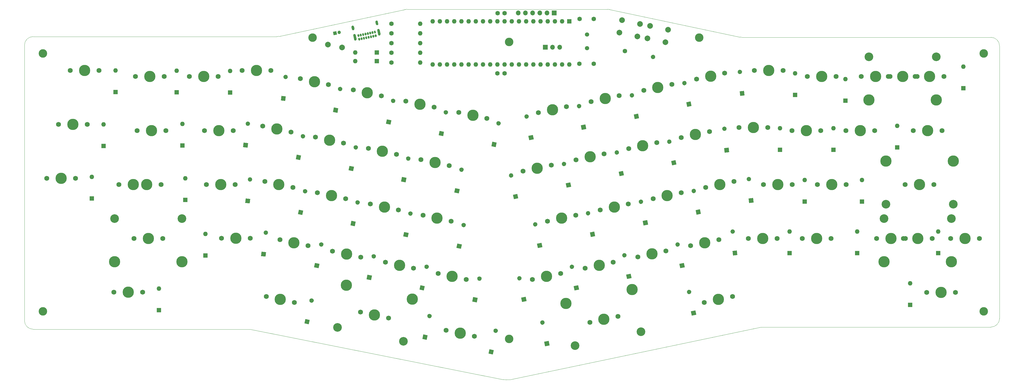
<source format=gbr>
%TF.GenerationSoftware,KiCad,Pcbnew,(5.1.7)-1*%
%TF.CreationDate,2021-01-21T21:16:41-08:00*%
%TF.ProjectId,sesame,73657361-6d65-42e6-9b69-6361645f7063,rev?*%
%TF.SameCoordinates,Original*%
%TF.FileFunction,Soldermask,Top*%
%TF.FilePolarity,Negative*%
%FSLAX46Y46*%
G04 Gerber Fmt 4.6, Leading zero omitted, Abs format (unit mm)*
G04 Created by KiCad (PCBNEW (5.1.7)-1) date 2021-01-21 21:16:41*
%MOMM*%
%LPD*%
G01*
G04 APERTURE LIST*
%TA.AperFunction,Profile*%
%ADD10C,0.050000*%
%TD*%
%ADD11C,3.000000*%
%ADD12C,1.200000*%
%ADD13C,0.100000*%
%ADD14C,3.987800*%
%ADD15C,1.750000*%
%ADD16O,1.700000X1.700000*%
%ADD17R,1.700000X1.700000*%
%ADD18C,3.048000*%
%ADD19O,1.600000X1.600000*%
%ADD20R,1.600000X1.600000*%
%ADD21C,1.500000*%
%ADD22C,2.000000*%
%ADD23C,1.600000*%
G04 APERTURE END LIST*
D10*
X43688000Y-178562000D02*
G75*
G02*
X40640000Y-175514000I0J3048000D01*
G01*
X212136488Y-196378544D02*
G75*
G02*
X209804001Y-196341999I-1062488J6640544D01*
G01*
X385064000Y-174752000D02*
G75*
G02*
X382016000Y-177800000I-3048000J0D01*
G01*
X382016000Y-75438000D02*
G75*
G02*
X385064000Y-78486000I0J-3048000D01*
G01*
X293392751Y-75346994D02*
G75*
G03*
X294132000Y-75438000I739249J2956994D01*
G01*
X247435982Y-65639400D02*
G75*
G03*
X246634000Y-65532000I-801982J-2940600D01*
G01*
X174966018Y-65639400D02*
G75*
G02*
X175768000Y-65532000I801982J-2940600D01*
G01*
X130533249Y-75092994D02*
G75*
G02*
X129794000Y-75184000I-739249J2956994D01*
G01*
X40640000Y-78232000D02*
G75*
G02*
X43688000Y-75184000I3048000J0D01*
G01*
X130533249Y-75092994D02*
X174966018Y-65639400D01*
X43688000Y-75184000D02*
X129794000Y-75184000D01*
X40640000Y-175514000D02*
X40640000Y-78232000D01*
X120396000Y-178562000D02*
X43688000Y-178562000D01*
X209804001Y-196341999D02*
X120396000Y-178562000D01*
X300736000Y-177800000D02*
X212136488Y-196378544D01*
X382016000Y-177800000D02*
X300736000Y-177800000D01*
X385064000Y-78486000D02*
X385064000Y-174752000D01*
X294132000Y-75438000D02*
X382016000Y-75438000D01*
X247435982Y-65639400D02*
X293392751Y-75346994D01*
X175768000Y-65532000D02*
X246634000Y-65532000D01*
D11*
%TO.C,REF\u002A\u002A*%
X278955500Y-75565000D03*
%TD*%
D12*
%TO.C,C1*%
X151771721Y-73665632D03*
D13*
G36*
X149842358Y-74689136D02*
G01*
X149592864Y-73515358D01*
X150766642Y-73265864D01*
X151016136Y-74439642D01*
X149842358Y-74689136D01*
G37*
%TD*%
D14*
%TO.C,MX23*%
X185674000Y-119697500D03*
D15*
X180705010Y-118641309D03*
X190642990Y-120753691D03*
%TD*%
D16*
%TO.C,AVR1*%
X215011000Y-66865500D03*
X217551000Y-66865500D03*
X220091000Y-66865500D03*
X222631000Y-66865500D03*
X225171000Y-66865500D03*
D17*
X227711000Y-66865500D03*
%TD*%
D11*
%TO.C,REF\u002A\u002A*%
X142430500Y-75565000D03*
%TD*%
D14*
%TO.C,MX61*%
X356171500Y-146494500D03*
D15*
X351091500Y-146494500D03*
X361251500Y-146494500D03*
D18*
X344265250Y-139509500D03*
X368077750Y-139509500D03*
D14*
X344265250Y-154749500D03*
X368077750Y-154749500D03*
%TD*%
%TO.C,MX59*%
X346710000Y-146494500D03*
D15*
X341630000Y-146494500D03*
X351790000Y-146494500D03*
%TD*%
D14*
%TO.C,MX31*%
X359664000Y-108394500D03*
D15*
X354584000Y-108394500D03*
X364744000Y-108394500D03*
%TD*%
D14*
%TO.C,MX15*%
X350837500Y-89281000D03*
D15*
X345757500Y-89281000D03*
X355917500Y-89281000D03*
D18*
X338931250Y-82296000D03*
X362743750Y-82296000D03*
D14*
X338931250Y-97536000D03*
X362743750Y-97536000D03*
%TD*%
%TO.C,MX33*%
X83820000Y-127444500D03*
D15*
X78740000Y-127444500D03*
X88900000Y-127444500D03*
%TD*%
D14*
%TO.C,MX18*%
X85471000Y-108394500D03*
D15*
X80391000Y-108394500D03*
X90551000Y-108394500D03*
%TD*%
D14*
%TO.C,MX69*%
X79070200Y-127457200D03*
D15*
X73990200Y-127457200D03*
X84150200Y-127457200D03*
%TD*%
D19*
%TO.C,D60*%
X334772000Y-144018000D03*
D20*
X334772000Y-151638000D03*
%TD*%
D19*
%TO.C,U1*%
X233045000Y-85026500D03*
X184785000Y-69786500D03*
X230505000Y-85026500D03*
X187325000Y-69786500D03*
X227965000Y-85026500D03*
X189865000Y-69786500D03*
X225425000Y-85026500D03*
X192405000Y-69786500D03*
X222885000Y-85026500D03*
X194945000Y-69786500D03*
X220345000Y-85026500D03*
X197485000Y-69786500D03*
X217805000Y-85026500D03*
X200025000Y-69786500D03*
X215265000Y-85026500D03*
X202565000Y-69786500D03*
X212725000Y-85026500D03*
X205105000Y-69786500D03*
X210185000Y-85026500D03*
X207645000Y-69786500D03*
X207645000Y-85026500D03*
X210185000Y-69786500D03*
X205105000Y-85026500D03*
X212725000Y-69786500D03*
X202565000Y-85026500D03*
X215265000Y-69786500D03*
X200025000Y-85026500D03*
X217805000Y-69786500D03*
X197485000Y-85026500D03*
X220345000Y-69786500D03*
X194945000Y-85026500D03*
X222885000Y-69786500D03*
X192405000Y-85026500D03*
X225425000Y-69786500D03*
X189865000Y-85026500D03*
X227965000Y-69786500D03*
X187325000Y-85026500D03*
X230505000Y-69786500D03*
X184785000Y-85026500D03*
D20*
X233045000Y-69786500D03*
%TD*%
D14*
%TO.C,MX5*%
X143065500Y-91122500D03*
D15*
X138096510Y-90066309D03*
X148034490Y-92178691D03*
%TD*%
D11*
%TO.C,REF\u002A\u002A*%
X211836000Y-181991000D03*
%TD*%
%TO.C,REF\u002A\u002A*%
X379476000Y-172212000D03*
%TD*%
%TO.C,REF\u002A\u002A*%
X379476000Y-81153000D03*
%TD*%
%TO.C,REF\u002A\u002A*%
X47117000Y-81153000D03*
%TD*%
%TO.C,REF\u002A\u002A*%
X47117000Y-172212000D03*
%TD*%
%TO.C,REF\u002A\u002A*%
X211836000Y-77089000D03*
%TD*%
D21*
%TO.C,XTAL1*%
X239331500Y-79302000D03*
X239331500Y-74422000D03*
%TD*%
D14*
%TO.C,MX24*%
X221742000Y-121666000D03*
D15*
X216773010Y-122722191D03*
X226710990Y-120609809D03*
%TD*%
D14*
%TO.C,MX28*%
X298132500Y-107315000D03*
D15*
X293052500Y-107315000D03*
X303212500Y-107315000D03*
%TD*%
D14*
%TO.C,MX66*%
X245300500Y-175069500D03*
D15*
X240331510Y-176125691D03*
X250269490Y-174013309D03*
D18*
X235106693Y-184377310D03*
X258398833Y-179426412D03*
D14*
X231938119Y-169470340D03*
X255230259Y-164519443D03*
%TD*%
%TO.C,MX65*%
X194564000Y-179959000D03*
D15*
X189595010Y-178902809D03*
X199532990Y-181015191D03*
%TD*%
D14*
%TO.C,MX64*%
X164274500Y-173545500D03*
D15*
X159305510Y-172489309D03*
X169243490Y-174601691D03*
D18*
X151176167Y-177902412D03*
X174468307Y-182853310D03*
D14*
X154344741Y-162995443D03*
X177636881Y-167946340D03*
%TD*%
%TO.C,MX46*%
X356806500Y-127444500D03*
D15*
X351726500Y-127444500D03*
X361886500Y-127444500D03*
D18*
X344900250Y-134429500D03*
X368712750Y-134429500D03*
D14*
X344900250Y-119189500D03*
X368712750Y-119189500D03*
%TD*%
%TO.C,MX47*%
X84391500Y-146494500D03*
D15*
X79311500Y-146494500D03*
X89471500Y-146494500D03*
D18*
X72485250Y-139509500D03*
X96297750Y-139509500D03*
D14*
X72485250Y-154749500D03*
X96297750Y-154749500D03*
%TD*%
%TO.C,MX16*%
X360299000Y-89281000D03*
D15*
X355219000Y-89281000D03*
X365379000Y-89281000D03*
%TD*%
D14*
%TO.C,MX45*%
X341249000Y-89281000D03*
D15*
X336169000Y-89281000D03*
X346329000Y-89281000D03*
%TD*%
D14*
%TO.C,MX68*%
X364426500Y-165544500D03*
D15*
X359346500Y-165544500D03*
X369506500Y-165544500D03*
%TD*%
D14*
%TO.C,MX67*%
X285750000Y-168021000D03*
D15*
X280781010Y-169077191D03*
X290718990Y-166964809D03*
%TD*%
D14*
%TO.C,MX63*%
X131000500Y-168021000D03*
D15*
X126031510Y-166964809D03*
X135969490Y-169077191D03*
%TD*%
D14*
%TO.C,MX62*%
X77279500Y-165481000D03*
D15*
X72199500Y-165481000D03*
X82359500Y-165481000D03*
%TD*%
D14*
%TO.C,MX60*%
X372872000Y-146494500D03*
D15*
X367792000Y-146494500D03*
X377952000Y-146494500D03*
%TD*%
D14*
%TO.C,MX58*%
X320484500Y-146494500D03*
D15*
X315404500Y-146494500D03*
X325564500Y-146494500D03*
%TD*%
D14*
%TO.C,MX57*%
X301434500Y-146494500D03*
D15*
X296354500Y-146494500D03*
X306514500Y-146494500D03*
%TD*%
D14*
%TO.C,MX56*%
X280924000Y-148018500D03*
D15*
X275955010Y-149074691D03*
X285892990Y-146962309D03*
%TD*%
D14*
%TO.C,MX55*%
X262255000Y-151955500D03*
D15*
X257286010Y-153011691D03*
X267223990Y-150899309D03*
%TD*%
D14*
%TO.C,MX54*%
X243649500Y-155956000D03*
D15*
X238680510Y-157012191D03*
X248618490Y-154899809D03*
%TD*%
D14*
%TO.C,MX53*%
X225044000Y-159893000D03*
D15*
X220075010Y-160949191D03*
X230012990Y-158836809D03*
%TD*%
D14*
%TO.C,MX52*%
X191706500Y-159893000D03*
D15*
X186737510Y-158836809D03*
X196675490Y-160949191D03*
%TD*%
D14*
%TO.C,MX51*%
X173101000Y-155956000D03*
D15*
X168132010Y-154899809D03*
X178069990Y-157012191D03*
%TD*%
D14*
%TO.C,MX50*%
X154432000Y-152019000D03*
D15*
X149463010Y-150962809D03*
X159400990Y-153075191D03*
%TD*%
D14*
%TO.C,MX49*%
X135826500Y-148018500D03*
D15*
X130857510Y-146962309D03*
X140795490Y-149074691D03*
%TD*%
D14*
%TO.C,MX48*%
X115316000Y-146431000D03*
D15*
X110236000Y-146431000D03*
X120396000Y-146431000D03*
%TD*%
D14*
%TO.C,MX44*%
X325818500Y-127444500D03*
D15*
X320738500Y-127444500D03*
X330898500Y-127444500D03*
%TD*%
D14*
%TO.C,MX43*%
X306768500Y-127444500D03*
D15*
X301688500Y-127444500D03*
X311848500Y-127444500D03*
%TD*%
D14*
%TO.C,MX42*%
X286258000Y-127444500D03*
D15*
X281289010Y-128500691D03*
X291226990Y-126388309D03*
%TD*%
D14*
%TO.C,MX41*%
X267652500Y-131381500D03*
D15*
X262683510Y-132437691D03*
X272621490Y-130325309D03*
%TD*%
D14*
%TO.C,MX40*%
X248983500Y-135382000D03*
D15*
X244014510Y-136438191D03*
X253952490Y-134325809D03*
%TD*%
D14*
%TO.C,MX39*%
X230378000Y-139319000D03*
D15*
X225409010Y-140375191D03*
X235346990Y-138262809D03*
%TD*%
D14*
%TO.C,MX38*%
X186372500Y-139319000D03*
D15*
X181403510Y-138262809D03*
X191341490Y-140375191D03*
%TD*%
D14*
%TO.C,MX37*%
X167767000Y-135382000D03*
D15*
X162798010Y-134325809D03*
X172735990Y-136438191D03*
%TD*%
D14*
%TO.C,MX36*%
X149098000Y-131381500D03*
D15*
X144129010Y-130325309D03*
X154066990Y-132437691D03*
%TD*%
D14*
%TO.C,MX35*%
X130492500Y-127444500D03*
D15*
X125523510Y-126388309D03*
X135461490Y-128500691D03*
%TD*%
D14*
%TO.C,MX34*%
X109982000Y-127444500D03*
D15*
X104902000Y-127444500D03*
X115062000Y-127444500D03*
%TD*%
D14*
%TO.C,MX32*%
X53594000Y-125285500D03*
D15*
X48514000Y-125285500D03*
X58674000Y-125285500D03*
%TD*%
D14*
%TO.C,MX30*%
X335851500Y-108394500D03*
D15*
X330771500Y-108394500D03*
X340931500Y-108394500D03*
%TD*%
D14*
%TO.C,MX29*%
X316801500Y-108394500D03*
D15*
X311721500Y-108394500D03*
X321881500Y-108394500D03*
%TD*%
D14*
%TO.C,MX27*%
X277622000Y-109791500D03*
D15*
X272653010Y-110847691D03*
X282590990Y-108735309D03*
%TD*%
D14*
%TO.C,MX26*%
X259016500Y-113728500D03*
D15*
X254047510Y-114784691D03*
X263985490Y-112672309D03*
%TD*%
D14*
%TO.C,MX25*%
X240411000Y-117665500D03*
D15*
X235442010Y-118721691D03*
X245379990Y-116609309D03*
%TD*%
D14*
%TO.C,MX22*%
X167068500Y-115697000D03*
D15*
X162099510Y-114640809D03*
X172037490Y-116753191D03*
%TD*%
D14*
%TO.C,MX21*%
X148399500Y-111760000D03*
D15*
X143430510Y-110703809D03*
X153368490Y-112816191D03*
%TD*%
D14*
%TO.C,MX20*%
X129794000Y-107823000D03*
D15*
X124825010Y-106766809D03*
X134762990Y-108879191D03*
%TD*%
D14*
%TO.C,MX19*%
X109283500Y-108394500D03*
D15*
X104203500Y-108394500D03*
X114363500Y-108394500D03*
%TD*%
D14*
%TO.C,MX17*%
X57721500Y-106235500D03*
D15*
X52641500Y-106235500D03*
X62801500Y-106235500D03*
%TD*%
D14*
%TO.C,MX14*%
X322199000Y-89281000D03*
D15*
X317119000Y-89281000D03*
X327279000Y-89281000D03*
%TD*%
D14*
%TO.C,MX13*%
X303530000Y-87185500D03*
D15*
X298450000Y-87185500D03*
X308610000Y-87185500D03*
%TD*%
D14*
%TO.C,MX12*%
X283019500Y-89154000D03*
D15*
X278050510Y-90210191D03*
X287988490Y-88097809D03*
%TD*%
D14*
%TO.C,MX11*%
X264350500Y-93154500D03*
D15*
X259381510Y-94210691D03*
X269319490Y-92098309D03*
%TD*%
D14*
%TO.C,MX10*%
X245745000Y-97091500D03*
D15*
X240776010Y-98147691D03*
X250713990Y-96035309D03*
%TD*%
D14*
%TO.C,MX9*%
X227139500Y-101028500D03*
D15*
X222170510Y-102084691D03*
X232108490Y-99972309D03*
%TD*%
D14*
%TO.C,MX8*%
X199009000Y-102997000D03*
D15*
X194040010Y-101940809D03*
X203977990Y-104053191D03*
%TD*%
D14*
%TO.C,MX7*%
X180340000Y-99060000D03*
D15*
X175371010Y-98003809D03*
X185308990Y-100116191D03*
%TD*%
D14*
%TO.C,MX6*%
X161734500Y-95059500D03*
D15*
X156765510Y-94003309D03*
X166703490Y-96115691D03*
%TD*%
D14*
%TO.C,MX4*%
X122555000Y-87185500D03*
D15*
X117475000Y-87185500D03*
X127635000Y-87185500D03*
%TD*%
D14*
%TO.C,MX3*%
X103981250Y-89281000D03*
D15*
X98901250Y-89281000D03*
X109061250Y-89281000D03*
%TD*%
D14*
%TO.C,MX2*%
X84931250Y-89281000D03*
D15*
X79851250Y-89281000D03*
X90011250Y-89281000D03*
%TD*%
D14*
%TO.C,MX1*%
X61849000Y-87185500D03*
D15*
X56769000Y-87185500D03*
X66929000Y-87185500D03*
%TD*%
%TO.C,USB1*%
G36*
G01*
X163324913Y-74995366D02*
X163397683Y-75337718D01*
G75*
G02*
X163147356Y-75723187I-317898J-67571D01*
G01*
X163147356Y-75723187D01*
G75*
G02*
X162761887Y-75472860I-67571J317898D01*
G01*
X162689117Y-75130508D01*
G75*
G02*
X162939444Y-74745039I317898J67571D01*
G01*
X162939444Y-74745039D01*
G75*
G02*
X163324913Y-74995366I67571J-317898D01*
G01*
G37*
G36*
G01*
X164987763Y-74641916D02*
X165060533Y-74984268D01*
G75*
G02*
X164810206Y-75369737I-317898J-67571D01*
G01*
X164810206Y-75369737D01*
G75*
G02*
X164424737Y-75119410I-67571J317898D01*
G01*
X164351967Y-74777058D01*
G75*
G02*
X164602294Y-74391589I317898J67571D01*
G01*
X164602294Y-74391589D01*
G75*
G02*
X164987763Y-74641916I67571J-317898D01*
G01*
G37*
G36*
G01*
X164156338Y-74818641D02*
X164229108Y-75160993D01*
G75*
G02*
X163978781Y-75546462I-317898J-67571D01*
G01*
X163978781Y-75546462D01*
G75*
G02*
X163593312Y-75296135I-67571J317898D01*
G01*
X163520542Y-74953783D01*
G75*
G02*
X163770869Y-74568314I317898J67571D01*
G01*
X163770869Y-74568314D01*
G75*
G02*
X164156338Y-74818641I67571J-317898D01*
G01*
G37*
G36*
G01*
X162493487Y-75172091D02*
X162566257Y-75514443D01*
G75*
G02*
X162315930Y-75899912I-317898J-67571D01*
G01*
X162315930Y-75899912D01*
G75*
G02*
X161930461Y-75649585I-67571J317898D01*
G01*
X161857691Y-75307233D01*
G75*
G02*
X162108018Y-74921764I317898J67571D01*
G01*
X162108018Y-74921764D01*
G75*
G02*
X162493487Y-75172091I67571J-317898D01*
G01*
G37*
G36*
G01*
X161662062Y-75348816D02*
X161734832Y-75691168D01*
G75*
G02*
X161484505Y-76076637I-317898J-67571D01*
G01*
X161484505Y-76076637D01*
G75*
G02*
X161099036Y-75826310I-67571J317898D01*
G01*
X161026266Y-75483958D01*
G75*
G02*
X161276593Y-75098489I317898J67571D01*
G01*
X161276593Y-75098489D01*
G75*
G02*
X161662062Y-75348816I67571J-317898D01*
G01*
G37*
G36*
G01*
X160830636Y-75525541D02*
X160903406Y-75867893D01*
G75*
G02*
X160653079Y-76253362I-317898J-67571D01*
G01*
X160653079Y-76253362D01*
G75*
G02*
X160267610Y-76003035I-67571J317898D01*
G01*
X160194840Y-75660683D01*
G75*
G02*
X160445167Y-75275214I317898J67571D01*
G01*
X160445167Y-75275214D01*
G75*
G02*
X160830636Y-75525541I67571J-317898D01*
G01*
G37*
G36*
G01*
X159999211Y-75702266D02*
X160071981Y-76044618D01*
G75*
G02*
X159821654Y-76430087I-317898J-67571D01*
G01*
X159821654Y-76430087D01*
G75*
G02*
X159436185Y-76179760I-67571J317898D01*
G01*
X159363415Y-75837408D01*
G75*
G02*
X159613742Y-75451939I317898J67571D01*
G01*
X159613742Y-75451939D01*
G75*
G02*
X159999211Y-75702266I67571J-317898D01*
G01*
G37*
G36*
G01*
X159167785Y-75878991D02*
X159240555Y-76221343D01*
G75*
G02*
X158990228Y-76606812I-317898J-67571D01*
G01*
X158990228Y-76606812D01*
G75*
G02*
X158604759Y-76356485I-67571J317898D01*
G01*
X158531989Y-76014133D01*
G75*
G02*
X158782316Y-75628664I317898J67571D01*
G01*
X158782316Y-75628664D01*
G75*
G02*
X159167785Y-75878991I67571J-317898D01*
G01*
G37*
G36*
G01*
X164712280Y-73345871D02*
X164785050Y-73688223D01*
G75*
G02*
X164534723Y-74073692I-317898J-67571D01*
G01*
X164534723Y-74073692D01*
G75*
G02*
X164149254Y-73823365I-67571J317898D01*
G01*
X164076484Y-73481013D01*
G75*
G02*
X164326811Y-73095544I317898J67571D01*
G01*
X164326811Y-73095544D01*
G75*
G02*
X164712280Y-73345871I67571J-317898D01*
G01*
G37*
G36*
G01*
X163875964Y-73523635D02*
X163948734Y-73865987D01*
G75*
G02*
X163698407Y-74251456I-317898J-67571D01*
G01*
X163698407Y-74251456D01*
G75*
G02*
X163312938Y-74001129I-67571J317898D01*
G01*
X163240168Y-73658777D01*
G75*
G02*
X163490495Y-73273308I317898J67571D01*
G01*
X163490495Y-73273308D01*
G75*
G02*
X163875964Y-73523635I67571J-317898D01*
G01*
G37*
G36*
G01*
X163044539Y-73700360D02*
X163117309Y-74042712D01*
G75*
G02*
X162866982Y-74428181I-317898J-67571D01*
G01*
X162866982Y-74428181D01*
G75*
G02*
X162481513Y-74177854I-67571J317898D01*
G01*
X162408743Y-73835502D01*
G75*
G02*
X162659070Y-73450033I317898J67571D01*
G01*
X162659070Y-73450033D01*
G75*
G02*
X163044539Y-73700360I67571J-317898D01*
G01*
G37*
G36*
G01*
X162213113Y-73877085D02*
X162285883Y-74219437D01*
G75*
G02*
X162035556Y-74604906I-317898J-67571D01*
G01*
X162035556Y-74604906D01*
G75*
G02*
X161650087Y-74354579I-67571J317898D01*
G01*
X161577317Y-74012227D01*
G75*
G02*
X161827644Y-73626758I317898J67571D01*
G01*
X161827644Y-73626758D01*
G75*
G02*
X162213113Y-73877085I67571J-317898D01*
G01*
G37*
G36*
G01*
X161381688Y-74053810D02*
X161454458Y-74396162D01*
G75*
G02*
X161204131Y-74781631I-317898J-67571D01*
G01*
X161204131Y-74781631D01*
G75*
G02*
X160818662Y-74531304I-67571J317898D01*
G01*
X160745892Y-74188952D01*
G75*
G02*
X160996219Y-73803483I317898J67571D01*
G01*
X160996219Y-73803483D01*
G75*
G02*
X161381688Y-74053810I67571J-317898D01*
G01*
G37*
G36*
G01*
X160550262Y-74230535D02*
X160623032Y-74572887D01*
G75*
G02*
X160372705Y-74958356I-317898J-67571D01*
G01*
X160372705Y-74958356D01*
G75*
G02*
X159987236Y-74708029I-67571J317898D01*
G01*
X159914466Y-74365677D01*
G75*
G02*
X160164793Y-73980208I317898J67571D01*
G01*
X160164793Y-73980208D01*
G75*
G02*
X160550262Y-74230535I67571J-317898D01*
G01*
G37*
G36*
G01*
X159718837Y-74407260D02*
X159791607Y-74749612D01*
G75*
G02*
X159541280Y-75135081I-317898J-67571D01*
G01*
X159541280Y-75135081D01*
G75*
G02*
X159155811Y-74884754I-67571J317898D01*
G01*
X159083041Y-74542402D01*
G75*
G02*
X159333368Y-74156933I317898J67571D01*
G01*
X159333368Y-74156933D01*
G75*
G02*
X159718837Y-74407260I67571J-317898D01*
G01*
G37*
G36*
G01*
X158887411Y-74583985D02*
X158960181Y-74926337D01*
G75*
G02*
X158709854Y-75311806I-317898J-67571D01*
G01*
X158709854Y-75311806D01*
G75*
G02*
X158324385Y-75061479I-67571J317898D01*
G01*
X158251615Y-74719127D01*
G75*
G02*
X158501942Y-74333658I317898J67571D01*
G01*
X158501942Y-74333658D01*
G75*
G02*
X158887411Y-74583985I67571J-317898D01*
G01*
G37*
G36*
G01*
X166107228Y-72814227D02*
X166419096Y-74281449D01*
G75*
G02*
X166072490Y-74815175I-440166J-93560D01*
G01*
X166072490Y-74815175D01*
G75*
G02*
X165538764Y-74468569I-93560J440166D01*
G01*
X165226896Y-73001347D01*
G75*
G02*
X165573502Y-72467621I440166J93560D01*
G01*
X165573502Y-72467621D01*
G75*
G02*
X166107228Y-72814227I93560J-440166D01*
G01*
G37*
G36*
G01*
X157646251Y-74612663D02*
X157958119Y-76079885D01*
G75*
G02*
X157611513Y-76613611I-440166J-93560D01*
G01*
X157611513Y-76613611D01*
G75*
G02*
X157077787Y-76267005I-93560J440166D01*
G01*
X156765919Y-74799783D01*
G75*
G02*
X157112525Y-74266057I440166J93560D01*
G01*
X157112525Y-74266057D01*
G75*
G02*
X157646251Y-74612663I93560J-440166D01*
G01*
G37*
G36*
G01*
X165477256Y-69850440D02*
X165643586Y-70632958D01*
G75*
G02*
X165296980Y-71166684I-440166J-93560D01*
G01*
X165296980Y-71166684D01*
G75*
G02*
X164763254Y-70820078I-93560J440166D01*
G01*
X164596924Y-70037560D01*
G75*
G02*
X164943530Y-69503834I440166J93560D01*
G01*
X164943530Y-69503834D01*
G75*
G02*
X165477256Y-69850440I93560J-440166D01*
G01*
G37*
G36*
G01*
X157016279Y-71648876D02*
X157182609Y-72431394D01*
G75*
G02*
X156836003Y-72965120I-440166J-93560D01*
G01*
X156836003Y-72965120D01*
G75*
G02*
X156302277Y-72618514I-93560J440166D01*
G01*
X156135947Y-71835996D01*
G75*
G02*
X156482553Y-71302270I440166J93560D01*
G01*
X156482553Y-71302270D01*
G75*
G02*
X157016279Y-71648876I93560J-440166D01*
G01*
G37*
%TD*%
D22*
%TO.C,Reset1*%
X267977959Y-72725426D03*
X267042357Y-77127090D03*
X261620000Y-71374000D03*
X260684397Y-75775664D03*
%TD*%
%TO.C,R6*%
G36*
G01*
X261885462Y-82210054D02*
X261885462Y-82210054D01*
G75*
G02*
X262834309Y-81593865I782518J-166329D01*
G01*
X262834309Y-81593865D01*
G75*
G02*
X263450498Y-82542712I-166329J-782518D01*
G01*
X263450498Y-82542712D01*
G75*
G02*
X262501651Y-83158901I-782518J166329D01*
G01*
X262501651Y-83158901D01*
G75*
G02*
X261885462Y-82210054I166329J782518D01*
G01*
G37*
D23*
X252730000Y-80264000D03*
%TD*%
D19*
%TO.C,R5*%
X180403500Y-70612000D03*
D23*
X170243500Y-70612000D03*
%TD*%
D19*
%TO.C,R4*%
X180403500Y-74041000D03*
D23*
X170243500Y-74041000D03*
%TD*%
D19*
%TO.C,R3*%
X180403500Y-80899000D03*
D23*
X170243500Y-80899000D03*
%TD*%
D19*
%TO.C,R2*%
X180403500Y-77470000D03*
D23*
X170243500Y-77470000D03*
%TD*%
D19*
%TO.C,R1*%
X180403500Y-84328000D03*
D23*
X170243500Y-84328000D03*
%TD*%
D22*
%TO.C,F1*%
X152794911Y-79043973D03*
X147828000Y-77978000D03*
%TD*%
D19*
%TO.C,D68*%
X353441000Y-162306000D03*
D20*
X353441000Y-169926000D03*
%TD*%
%TO.C,D67*%
G36*
G01*
X275569042Y-166176033D02*
X275569042Y-166176033D01*
G75*
G02*
X274620195Y-165559844I-166329J782518D01*
G01*
X274620195Y-165559844D01*
G75*
G02*
X275236384Y-164610997I782518J166329D01*
G01*
X275236384Y-164610997D01*
G75*
G02*
X276185231Y-165227186I166329J-782518D01*
G01*
X276185231Y-165227186D01*
G75*
G02*
X275569042Y-166176033I-782518J-166329D01*
G01*
G37*
D13*
G36*
X277935847Y-173463189D02*
G01*
X276370811Y-173795847D01*
X276038153Y-172230811D01*
X277603189Y-171898153D01*
X277935847Y-173463189D01*
G37*
%TD*%
%TO.C,D66*%
G36*
G01*
X223753042Y-176971033D02*
X223753042Y-176971033D01*
G75*
G02*
X222804195Y-176354844I-166329J782518D01*
G01*
X222804195Y-176354844D01*
G75*
G02*
X223420384Y-175405997I782518J166329D01*
G01*
X223420384Y-175405997D01*
G75*
G02*
X224369231Y-176022186I166329J-782518D01*
G01*
X224369231Y-176022186D01*
G75*
G02*
X223753042Y-176971033I-782518J-166329D01*
G01*
G37*
G36*
X226119847Y-184258189D02*
G01*
X224554811Y-184590847D01*
X224222153Y-183025811D01*
X225787189Y-182693153D01*
X226119847Y-184258189D01*
G37*
%TD*%
%TO.C,D65*%
G36*
G01*
X206903958Y-179892033D02*
X206903958Y-179892033D01*
G75*
G02*
X206287769Y-178943186I166329J782518D01*
G01*
X206287769Y-178943186D01*
G75*
G02*
X207236616Y-178326997I782518J-166329D01*
G01*
X207236616Y-178326997D01*
G75*
G02*
X207852805Y-179275844I-166329J-782518D01*
G01*
X207852805Y-179275844D01*
G75*
G02*
X206903958Y-179892033I-782518J166329D01*
G01*
G37*
G36*
X206102189Y-187511847D02*
G01*
X204537153Y-187179189D01*
X204869811Y-185614153D01*
X206434847Y-185946811D01*
X206102189Y-187511847D01*
G37*
%TD*%
%TO.C,D64*%
G36*
G01*
X183535958Y-174685033D02*
X183535958Y-174685033D01*
G75*
G02*
X182919769Y-173736186I166329J782518D01*
G01*
X182919769Y-173736186D01*
G75*
G02*
X183868616Y-173119997I782518J-166329D01*
G01*
X183868616Y-173119997D01*
G75*
G02*
X184484805Y-174068844I-166329J-782518D01*
G01*
X184484805Y-174068844D01*
G75*
G02*
X183535958Y-174685033I-782518J166329D01*
G01*
G37*
G36*
X182734189Y-182304847D02*
G01*
X181169153Y-181972189D01*
X181501811Y-180407153D01*
X183066847Y-180739811D01*
X182734189Y-182304847D01*
G37*
%TD*%
%TO.C,D63*%
G36*
G01*
X141879958Y-169224033D02*
X141879958Y-169224033D01*
G75*
G02*
X141263769Y-168275186I166329J782518D01*
G01*
X141263769Y-168275186D01*
G75*
G02*
X142212616Y-167658997I782518J-166329D01*
G01*
X142212616Y-167658997D01*
G75*
G02*
X142828805Y-168607844I-166329J-782518D01*
G01*
X142828805Y-168607844D01*
G75*
G02*
X141879958Y-169224033I-782518J166329D01*
G01*
G37*
G36*
X141078189Y-176843847D02*
G01*
X139513153Y-176511189D01*
X139845811Y-174946153D01*
X141410847Y-175278811D01*
X141078189Y-176843847D01*
G37*
%TD*%
D19*
%TO.C,D62*%
X88138000Y-164211000D03*
D20*
X88138000Y-171831000D03*
%TD*%
D19*
%TO.C,D61*%
X363347000Y-144018000D03*
D20*
X363347000Y-151638000D03*
%TD*%
D19*
%TO.C,D59*%
X310896000Y-144018000D03*
D20*
X310896000Y-151638000D03*
%TD*%
%TO.C,D58*%
G36*
G01*
X290879116Y-144855361D02*
X290879116Y-144855361D01*
G75*
G02*
X289999875Y-144143366I-83623J795618D01*
G01*
X289999875Y-144143366D01*
G75*
G02*
X290711870Y-143264125I795618J83623D01*
G01*
X290711870Y-143264125D01*
G75*
G02*
X291591111Y-143976120I83623J-795618D01*
G01*
X291591111Y-143976120D01*
G75*
G02*
X290879116Y-144855361I-795618J-83623D01*
G01*
G37*
D13*
G36*
X292471240Y-152349995D02*
G01*
X290880005Y-152517240D01*
X290712760Y-150926005D01*
X292303995Y-150758760D01*
X292471240Y-152349995D01*
G37*
%TD*%
%TO.C,D57*%
G36*
G01*
X271505042Y-149412033D02*
X271505042Y-149412033D01*
G75*
G02*
X270556195Y-148795844I-166329J782518D01*
G01*
X270556195Y-148795844D01*
G75*
G02*
X271172384Y-147846997I782518J166329D01*
G01*
X271172384Y-147846997D01*
G75*
G02*
X272121231Y-148463186I166329J-782518D01*
G01*
X272121231Y-148463186D01*
G75*
G02*
X271505042Y-149412033I-782518J-166329D01*
G01*
G37*
G36*
X273871847Y-156699189D02*
G01*
X272306811Y-157031847D01*
X271974153Y-155466811D01*
X273539189Y-155134153D01*
X273871847Y-156699189D01*
G37*
%TD*%
%TO.C,D56*%
G36*
G01*
X252709042Y-153222033D02*
X252709042Y-153222033D01*
G75*
G02*
X251760195Y-152605844I-166329J782518D01*
G01*
X251760195Y-152605844D01*
G75*
G02*
X252376384Y-151656997I782518J166329D01*
G01*
X252376384Y-151656997D01*
G75*
G02*
X253325231Y-152273186I166329J-782518D01*
G01*
X253325231Y-152273186D01*
G75*
G02*
X252709042Y-153222033I-782518J-166329D01*
G01*
G37*
G36*
X255075847Y-160509189D02*
G01*
X253510811Y-160841847D01*
X253178153Y-159276811D01*
X254743189Y-158944153D01*
X255075847Y-160509189D01*
G37*
%TD*%
%TO.C,D55*%
G36*
G01*
X234167042Y-157286033D02*
X234167042Y-157286033D01*
G75*
G02*
X233218195Y-156669844I-166329J782518D01*
G01*
X233218195Y-156669844D01*
G75*
G02*
X233834384Y-155720997I782518J166329D01*
G01*
X233834384Y-155720997D01*
G75*
G02*
X234783231Y-156337186I166329J-782518D01*
G01*
X234783231Y-156337186D01*
G75*
G02*
X234167042Y-157286033I-782518J-166329D01*
G01*
G37*
G36*
X236533847Y-164573189D02*
G01*
X234968811Y-164905847D01*
X234636153Y-163340811D01*
X236201189Y-163008153D01*
X236533847Y-164573189D01*
G37*
%TD*%
%TO.C,D54*%
G36*
G01*
X215625042Y-161350033D02*
X215625042Y-161350033D01*
G75*
G02*
X214676195Y-160733844I-166329J782518D01*
G01*
X214676195Y-160733844D01*
G75*
G02*
X215292384Y-159784997I782518J166329D01*
G01*
X215292384Y-159784997D01*
G75*
G02*
X216241231Y-160401186I166329J-782518D01*
G01*
X216241231Y-160401186D01*
G75*
G02*
X215625042Y-161350033I-782518J-166329D01*
G01*
G37*
G36*
X217991847Y-168637189D02*
G01*
X216426811Y-168969847D01*
X216094153Y-167404811D01*
X217659189Y-167072153D01*
X217991847Y-168637189D01*
G37*
%TD*%
%TO.C,D53*%
G36*
G01*
X201188958Y-161477033D02*
X201188958Y-161477033D01*
G75*
G02*
X200572769Y-160528186I166329J782518D01*
G01*
X200572769Y-160528186D01*
G75*
G02*
X201521616Y-159911997I782518J-166329D01*
G01*
X201521616Y-159911997D01*
G75*
G02*
X202137805Y-160860844I-166329J-782518D01*
G01*
X202137805Y-160860844D01*
G75*
G02*
X201188958Y-161477033I-782518J166329D01*
G01*
G37*
G36*
X200387189Y-169096847D02*
G01*
X198822153Y-168764189D01*
X199154811Y-167199153D01*
X200719847Y-167531811D01*
X200387189Y-169096847D01*
G37*
%TD*%
%TO.C,D52*%
G36*
G01*
X182519958Y-157286033D02*
X182519958Y-157286033D01*
G75*
G02*
X181903769Y-156337186I166329J782518D01*
G01*
X181903769Y-156337186D01*
G75*
G02*
X182852616Y-155720997I782518J-166329D01*
G01*
X182852616Y-155720997D01*
G75*
G02*
X183468805Y-156669844I-166329J-782518D01*
G01*
X183468805Y-156669844D01*
G75*
G02*
X182519958Y-157286033I-782518J166329D01*
G01*
G37*
G36*
X181718189Y-164905847D02*
G01*
X180153153Y-164573189D01*
X180485811Y-163008153D01*
X182050847Y-163340811D01*
X181718189Y-164905847D01*
G37*
%TD*%
%TO.C,D51*%
G36*
G01*
X163850958Y-153603033D02*
X163850958Y-153603033D01*
G75*
G02*
X163234769Y-152654186I166329J782518D01*
G01*
X163234769Y-152654186D01*
G75*
G02*
X164183616Y-152037997I782518J-166329D01*
G01*
X164183616Y-152037997D01*
G75*
G02*
X164799805Y-152986844I-166329J-782518D01*
G01*
X164799805Y-152986844D01*
G75*
G02*
X163850958Y-153603033I-782518J166329D01*
G01*
G37*
G36*
X163049189Y-161222847D02*
G01*
X161484153Y-160890189D01*
X161816811Y-159325153D01*
X163381847Y-159657811D01*
X163049189Y-161222847D01*
G37*
%TD*%
%TO.C,D50*%
G36*
G01*
X145308958Y-149412033D02*
X145308958Y-149412033D01*
G75*
G02*
X144692769Y-148463186I166329J782518D01*
G01*
X144692769Y-148463186D01*
G75*
G02*
X145641616Y-147846997I782518J-166329D01*
G01*
X145641616Y-147846997D01*
G75*
G02*
X146257805Y-148795844I-166329J-782518D01*
G01*
X146257805Y-148795844D01*
G75*
G02*
X145308958Y-149412033I-782518J166329D01*
G01*
G37*
G36*
X144507189Y-157031847D02*
G01*
X142942153Y-156699189D01*
X143274811Y-155134153D01*
X144839847Y-155466811D01*
X144507189Y-157031847D01*
G37*
%TD*%
%TO.C,D49*%
G36*
G01*
X125807884Y-145236361D02*
X125807884Y-145236361D01*
G75*
G02*
X125095889Y-144357120I83623J795618D01*
G01*
X125095889Y-144357120D01*
G75*
G02*
X125975130Y-143645125I795618J-83623D01*
G01*
X125975130Y-143645125D01*
G75*
G02*
X126687125Y-144524366I-83623J-795618D01*
G01*
X126687125Y-144524366D01*
G75*
G02*
X125807884Y-145236361I-795618J83623D01*
G01*
G37*
G36*
X125806995Y-152898240D02*
G01*
X124215760Y-152730995D01*
X124383005Y-151139760D01*
X125974240Y-151307005D01*
X125806995Y-152898240D01*
G37*
%TD*%
D19*
%TO.C,D48*%
X104521000Y-144907000D03*
D20*
X104521000Y-152527000D03*
%TD*%
D19*
%TO.C,D47*%
X336423000Y-125857000D03*
D20*
X336423000Y-133477000D03*
%TD*%
D19*
%TO.C,D45*%
X316230000Y-125857000D03*
D20*
X316230000Y-133477000D03*
%TD*%
%TO.C,D44*%
G36*
G01*
X296594116Y-126313361D02*
X296594116Y-126313361D01*
G75*
G02*
X295714875Y-125601366I-83623J795618D01*
G01*
X295714875Y-125601366D01*
G75*
G02*
X296426870Y-124722125I795618J83623D01*
G01*
X296426870Y-124722125D01*
G75*
G02*
X297306111Y-125434120I83623J-795618D01*
G01*
X297306111Y-125434120D01*
G75*
G02*
X296594116Y-126313361I-795618J-83623D01*
G01*
G37*
D13*
G36*
X298186240Y-133807995D02*
G01*
X296595005Y-133975240D01*
X296427760Y-132384005D01*
X298018995Y-132216760D01*
X298186240Y-133807995D01*
G37*
%TD*%
%TO.C,D43*%
G36*
G01*
X277220042Y-130489033D02*
X277220042Y-130489033D01*
G75*
G02*
X276271195Y-129872844I-166329J782518D01*
G01*
X276271195Y-129872844D01*
G75*
G02*
X276887384Y-128923997I782518J166329D01*
G01*
X276887384Y-128923997D01*
G75*
G02*
X277836231Y-129540186I166329J-782518D01*
G01*
X277836231Y-129540186D01*
G75*
G02*
X277220042Y-130489033I-782518J-166329D01*
G01*
G37*
G36*
X279586847Y-137776189D02*
G01*
X278021811Y-138108847D01*
X277689153Y-136543811D01*
X279254189Y-136211153D01*
X279586847Y-137776189D01*
G37*
%TD*%
%TO.C,D42*%
G36*
G01*
X258551042Y-134299033D02*
X258551042Y-134299033D01*
G75*
G02*
X257602195Y-133682844I-166329J782518D01*
G01*
X257602195Y-133682844D01*
G75*
G02*
X258218384Y-132733997I782518J166329D01*
G01*
X258218384Y-132733997D01*
G75*
G02*
X259167231Y-133350186I166329J-782518D01*
G01*
X259167231Y-133350186D01*
G75*
G02*
X258551042Y-134299033I-782518J-166329D01*
G01*
G37*
G36*
X260917847Y-141586189D02*
G01*
X259352811Y-141918847D01*
X259020153Y-140353811D01*
X260585189Y-140021153D01*
X260917847Y-141586189D01*
G37*
%TD*%
%TO.C,D41*%
G36*
G01*
X239882042Y-138363033D02*
X239882042Y-138363033D01*
G75*
G02*
X238933195Y-137746844I-166329J782518D01*
G01*
X238933195Y-137746844D01*
G75*
G02*
X239549384Y-136797997I782518J166329D01*
G01*
X239549384Y-136797997D01*
G75*
G02*
X240498231Y-137414186I166329J-782518D01*
G01*
X240498231Y-137414186D01*
G75*
G02*
X239882042Y-138363033I-782518J-166329D01*
G01*
G37*
G36*
X242248847Y-145650189D02*
G01*
X240683811Y-145982847D01*
X240351153Y-144417811D01*
X241916189Y-144085153D01*
X242248847Y-145650189D01*
G37*
%TD*%
%TO.C,D40*%
G36*
G01*
X221213042Y-142300033D02*
X221213042Y-142300033D01*
G75*
G02*
X220264195Y-141683844I-166329J782518D01*
G01*
X220264195Y-141683844D01*
G75*
G02*
X220880384Y-140734997I782518J166329D01*
G01*
X220880384Y-140734997D01*
G75*
G02*
X221829231Y-141351186I166329J-782518D01*
G01*
X221829231Y-141351186D01*
G75*
G02*
X221213042Y-142300033I-782518J-166329D01*
G01*
G37*
G36*
X223579847Y-149587189D02*
G01*
X222014811Y-149919847D01*
X221682153Y-148354811D01*
X223247189Y-148022153D01*
X223579847Y-149587189D01*
G37*
%TD*%
%TO.C,D39*%
G36*
G01*
X195600958Y-142554033D02*
X195600958Y-142554033D01*
G75*
G02*
X194984769Y-141605186I166329J782518D01*
G01*
X194984769Y-141605186D01*
G75*
G02*
X195933616Y-140988997I782518J-166329D01*
G01*
X195933616Y-140988997D01*
G75*
G02*
X196549805Y-141937844I-166329J-782518D01*
G01*
X196549805Y-141937844D01*
G75*
G02*
X195600958Y-142554033I-782518J166329D01*
G01*
G37*
G36*
X194799189Y-150173847D02*
G01*
X193234153Y-149841189D01*
X193566811Y-148276153D01*
X195131847Y-148608811D01*
X194799189Y-150173847D01*
G37*
%TD*%
%TO.C,D38*%
G36*
G01*
X176804958Y-138490033D02*
X176804958Y-138490033D01*
G75*
G02*
X176188769Y-137541186I166329J782518D01*
G01*
X176188769Y-137541186D01*
G75*
G02*
X177137616Y-136924997I782518J-166329D01*
G01*
X177137616Y-136924997D01*
G75*
G02*
X177753805Y-137873844I-166329J-782518D01*
G01*
X177753805Y-137873844D01*
G75*
G02*
X176804958Y-138490033I-782518J166329D01*
G01*
G37*
G36*
X176003189Y-146109847D02*
G01*
X174438153Y-145777189D01*
X174770811Y-144212153D01*
X176335847Y-144544811D01*
X176003189Y-146109847D01*
G37*
%TD*%
%TO.C,D37*%
G36*
G01*
X158135958Y-134553033D02*
X158135958Y-134553033D01*
G75*
G02*
X157519769Y-133604186I166329J782518D01*
G01*
X157519769Y-133604186D01*
G75*
G02*
X158468616Y-132987997I782518J-166329D01*
G01*
X158468616Y-132987997D01*
G75*
G02*
X159084805Y-133936844I-166329J-782518D01*
G01*
X159084805Y-133936844D01*
G75*
G02*
X158135958Y-134553033I-782518J166329D01*
G01*
G37*
G36*
X157334189Y-142172847D02*
G01*
X155769153Y-141840189D01*
X156101811Y-140275153D01*
X157666847Y-140607811D01*
X157334189Y-142172847D01*
G37*
%TD*%
%TO.C,D36*%
G36*
G01*
X139593958Y-130616033D02*
X139593958Y-130616033D01*
G75*
G02*
X138977769Y-129667186I166329J782518D01*
G01*
X138977769Y-129667186D01*
G75*
G02*
X139926616Y-129050997I782518J-166329D01*
G01*
X139926616Y-129050997D01*
G75*
G02*
X140542805Y-129999844I-166329J-782518D01*
G01*
X140542805Y-129999844D01*
G75*
G02*
X139593958Y-130616033I-782518J166329D01*
G01*
G37*
G36*
X138792189Y-138235847D02*
G01*
X137227153Y-137903189D01*
X137559811Y-136338153D01*
X139124847Y-136670811D01*
X138792189Y-138235847D01*
G37*
%TD*%
%TO.C,D35*%
G36*
G01*
X120219884Y-126440361D02*
X120219884Y-126440361D01*
G75*
G02*
X119507889Y-125561120I83623J795618D01*
G01*
X119507889Y-125561120D01*
G75*
G02*
X120387130Y-124849125I795618J-83623D01*
G01*
X120387130Y-124849125D01*
G75*
G02*
X121099125Y-125728366I-83623J-795618D01*
G01*
X121099125Y-125728366D01*
G75*
G02*
X120219884Y-126440361I-795618J83623D01*
G01*
G37*
G36*
X120218995Y-134102240D02*
G01*
X118627760Y-133934995D01*
X118795005Y-132343760D01*
X120386240Y-132511005D01*
X120218995Y-134102240D01*
G37*
%TD*%
D19*
%TO.C,D34*%
X97409000Y-125222000D03*
D20*
X97409000Y-132842000D03*
%TD*%
D19*
%TO.C,D33*%
X64389000Y-124714000D03*
D20*
X64389000Y-132334000D03*
%TD*%
D19*
%TO.C,D32*%
X348869000Y-106680000D03*
D20*
X348869000Y-114300000D03*
%TD*%
D19*
%TO.C,D31*%
X326390000Y-107569000D03*
D20*
X326390000Y-115189000D03*
%TD*%
D19*
%TO.C,D30*%
X307467000Y-107569000D03*
D20*
X307467000Y-115189000D03*
%TD*%
%TO.C,D29*%
G36*
G01*
X287958116Y-108533361D02*
X287958116Y-108533361D01*
G75*
G02*
X287078875Y-107821366I-83623J795618D01*
G01*
X287078875Y-107821366D01*
G75*
G02*
X287790870Y-106942125I795618J83623D01*
G01*
X287790870Y-106942125D01*
G75*
G02*
X288670111Y-107654120I83623J-795618D01*
G01*
X288670111Y-107654120D01*
G75*
G02*
X287958116Y-108533361I-795618J-83623D01*
G01*
G37*
D13*
G36*
X289550240Y-116027995D02*
G01*
X287959005Y-116195240D01*
X287791760Y-114604005D01*
X289382995Y-114436760D01*
X289550240Y-116027995D01*
G37*
%TD*%
%TO.C,D28*%
G36*
G01*
X268584042Y-113090033D02*
X268584042Y-113090033D01*
G75*
G02*
X267635195Y-112473844I-166329J782518D01*
G01*
X267635195Y-112473844D01*
G75*
G02*
X268251384Y-111524997I782518J166329D01*
G01*
X268251384Y-111524997D01*
G75*
G02*
X269200231Y-112141186I166329J-782518D01*
G01*
X269200231Y-112141186D01*
G75*
G02*
X268584042Y-113090033I-782518J-166329D01*
G01*
G37*
G36*
X270950847Y-120377189D02*
G01*
X269385811Y-120709847D01*
X269053153Y-119144811D01*
X270618189Y-118812153D01*
X270950847Y-120377189D01*
G37*
%TD*%
%TO.C,D27*%
G36*
G01*
X250042042Y-116900033D02*
X250042042Y-116900033D01*
G75*
G02*
X249093195Y-116283844I-166329J782518D01*
G01*
X249093195Y-116283844D01*
G75*
G02*
X249709384Y-115334997I782518J166329D01*
G01*
X249709384Y-115334997D01*
G75*
G02*
X250658231Y-115951186I166329J-782518D01*
G01*
X250658231Y-115951186D01*
G75*
G02*
X250042042Y-116900033I-782518J-166329D01*
G01*
G37*
G36*
X252408847Y-124187189D02*
G01*
X250843811Y-124519847D01*
X250511153Y-122954811D01*
X252076189Y-122622153D01*
X252408847Y-124187189D01*
G37*
%TD*%
%TO.C,D26*%
G36*
G01*
X231373042Y-120964033D02*
X231373042Y-120964033D01*
G75*
G02*
X230424195Y-120347844I-166329J782518D01*
G01*
X230424195Y-120347844D01*
G75*
G02*
X231040384Y-119398997I782518J166329D01*
G01*
X231040384Y-119398997D01*
G75*
G02*
X231989231Y-120015186I166329J-782518D01*
G01*
X231989231Y-120015186D01*
G75*
G02*
X231373042Y-120964033I-782518J-166329D01*
G01*
G37*
G36*
X233739847Y-128251189D02*
G01*
X232174811Y-128583847D01*
X231842153Y-127018811D01*
X233407189Y-126686153D01*
X233739847Y-128251189D01*
G37*
%TD*%
%TO.C,D25*%
G36*
G01*
X212704042Y-125028033D02*
X212704042Y-125028033D01*
G75*
G02*
X211755195Y-124411844I-166329J782518D01*
G01*
X211755195Y-124411844D01*
G75*
G02*
X212371384Y-123462997I782518J166329D01*
G01*
X212371384Y-123462997D01*
G75*
G02*
X213320231Y-124079186I166329J-782518D01*
G01*
X213320231Y-124079186D01*
G75*
G02*
X212704042Y-125028033I-782518J-166329D01*
G01*
G37*
G36*
X215070847Y-132315189D02*
G01*
X213505811Y-132647847D01*
X213173153Y-131082811D01*
X214738189Y-130750153D01*
X215070847Y-132315189D01*
G37*
%TD*%
%TO.C,D24*%
G36*
G01*
X194838958Y-122996033D02*
X194838958Y-122996033D01*
G75*
G02*
X194222769Y-122047186I166329J782518D01*
G01*
X194222769Y-122047186D01*
G75*
G02*
X195171616Y-121430997I782518J-166329D01*
G01*
X195171616Y-121430997D01*
G75*
G02*
X195787805Y-122379844I-166329J-782518D01*
G01*
X195787805Y-122379844D01*
G75*
G02*
X194838958Y-122996033I-782518J166329D01*
G01*
G37*
G36*
X194037189Y-130615847D02*
G01*
X192472153Y-130283189D01*
X192804811Y-128718153D01*
X194369847Y-129050811D01*
X194037189Y-130615847D01*
G37*
%TD*%
%TO.C,D23*%
G36*
G01*
X176042958Y-119059033D02*
X176042958Y-119059033D01*
G75*
G02*
X175426769Y-118110186I166329J782518D01*
G01*
X175426769Y-118110186D01*
G75*
G02*
X176375616Y-117493997I782518J-166329D01*
G01*
X176375616Y-117493997D01*
G75*
G02*
X176991805Y-118442844I-166329J-782518D01*
G01*
X176991805Y-118442844D01*
G75*
G02*
X176042958Y-119059033I-782518J166329D01*
G01*
G37*
G36*
X175241189Y-126678847D02*
G01*
X173676153Y-126346189D01*
X174008811Y-124781153D01*
X175573847Y-125113811D01*
X175241189Y-126678847D01*
G37*
%TD*%
%TO.C,D22*%
G36*
G01*
X157500958Y-115122033D02*
X157500958Y-115122033D01*
G75*
G02*
X156884769Y-114173186I166329J782518D01*
G01*
X156884769Y-114173186D01*
G75*
G02*
X157833616Y-113556997I782518J-166329D01*
G01*
X157833616Y-113556997D01*
G75*
G02*
X158449805Y-114505844I-166329J-782518D01*
G01*
X158449805Y-114505844D01*
G75*
G02*
X157500958Y-115122033I-782518J166329D01*
G01*
G37*
G36*
X156699189Y-122741847D02*
G01*
X155134153Y-122409189D01*
X155466811Y-120844153D01*
X157031847Y-121176811D01*
X156699189Y-122741847D01*
G37*
%TD*%
%TO.C,D21*%
G36*
G01*
X138831958Y-111185033D02*
X138831958Y-111185033D01*
G75*
G02*
X138215769Y-110236186I166329J782518D01*
G01*
X138215769Y-110236186D01*
G75*
G02*
X139164616Y-109619997I782518J-166329D01*
G01*
X139164616Y-109619997D01*
G75*
G02*
X139780805Y-110568844I-166329J-782518D01*
G01*
X139780805Y-110568844D01*
G75*
G02*
X138831958Y-111185033I-782518J166329D01*
G01*
G37*
G36*
X138030189Y-118804847D02*
G01*
X136465153Y-118472189D01*
X136797811Y-116907153D01*
X138362847Y-117239811D01*
X138030189Y-118804847D01*
G37*
%TD*%
%TO.C,D20*%
G36*
G01*
X119457884Y-106755361D02*
X119457884Y-106755361D01*
G75*
G02*
X118745889Y-105876120I83623J795618D01*
G01*
X118745889Y-105876120D01*
G75*
G02*
X119625130Y-105164125I795618J-83623D01*
G01*
X119625130Y-105164125D01*
G75*
G02*
X120337125Y-106043366I-83623J-795618D01*
G01*
X120337125Y-106043366D01*
G75*
G02*
X119457884Y-106755361I-795618J83623D01*
G01*
G37*
G36*
X119456995Y-114417240D02*
G01*
X117865760Y-114249995D01*
X118033005Y-112658760D01*
X119624240Y-112826005D01*
X119456995Y-114417240D01*
G37*
%TD*%
D19*
%TO.C,D19*%
X96393000Y-106045000D03*
D20*
X96393000Y-113665000D03*
%TD*%
D19*
%TO.C,D18*%
X68580000Y-106172000D03*
D20*
X68580000Y-113792000D03*
%TD*%
D19*
%TO.C,D17*%
X372237000Y-85788500D03*
D20*
X372237000Y-93408500D03*
%TD*%
D19*
%TO.C,D46*%
X330581000Y-90170000D03*
D20*
X330581000Y-97790000D03*
%TD*%
D19*
%TO.C,D16*%
X312864500Y-88138000D03*
D20*
X312864500Y-95758000D03*
%TD*%
%TO.C,D15*%
G36*
G01*
X293419116Y-88467361D02*
X293419116Y-88467361D01*
G75*
G02*
X292539875Y-87755366I-83623J795618D01*
G01*
X292539875Y-87755366D01*
G75*
G02*
X293251870Y-86876125I795618J83623D01*
G01*
X293251870Y-86876125D01*
G75*
G02*
X294131111Y-87588120I83623J-795618D01*
G01*
X294131111Y-87588120D01*
G75*
G02*
X293419116Y-88467361I-795618J-83623D01*
G01*
G37*
D13*
G36*
X295011240Y-95961995D02*
G01*
X293420005Y-96129240D01*
X293252760Y-94538005D01*
X294843995Y-94370760D01*
X295011240Y-95961995D01*
G37*
%TD*%
%TO.C,D14*%
G36*
G01*
X273918042Y-92389033D02*
X273918042Y-92389033D01*
G75*
G02*
X272969195Y-91772844I-166329J782518D01*
G01*
X272969195Y-91772844D01*
G75*
G02*
X273585384Y-90823997I782518J166329D01*
G01*
X273585384Y-90823997D01*
G75*
G02*
X274534231Y-91440186I166329J-782518D01*
G01*
X274534231Y-91440186D01*
G75*
G02*
X273918042Y-92389033I-782518J-166329D01*
G01*
G37*
G36*
X276284847Y-99676189D02*
G01*
X274719811Y-100008847D01*
X274387153Y-98443811D01*
X275952189Y-98111153D01*
X276284847Y-99676189D01*
G37*
%TD*%
%TO.C,D13*%
G36*
G01*
X255376042Y-96707033D02*
X255376042Y-96707033D01*
G75*
G02*
X254427195Y-96090844I-166329J782518D01*
G01*
X254427195Y-96090844D01*
G75*
G02*
X255043384Y-95141997I782518J166329D01*
G01*
X255043384Y-95141997D01*
G75*
G02*
X255992231Y-95758186I166329J-782518D01*
G01*
X255992231Y-95758186D01*
G75*
G02*
X255376042Y-96707033I-782518J-166329D01*
G01*
G37*
G36*
X257742847Y-103994189D02*
G01*
X256177811Y-104326847D01*
X255845153Y-102761811D01*
X257410189Y-102429153D01*
X257742847Y-103994189D01*
G37*
%TD*%
%TO.C,D12*%
G36*
G01*
X236707042Y-100517033D02*
X236707042Y-100517033D01*
G75*
G02*
X235758195Y-99900844I-166329J782518D01*
G01*
X235758195Y-99900844D01*
G75*
G02*
X236374384Y-98951997I782518J166329D01*
G01*
X236374384Y-98951997D01*
G75*
G02*
X237323231Y-99568186I166329J-782518D01*
G01*
X237323231Y-99568186D01*
G75*
G02*
X236707042Y-100517033I-782518J-166329D01*
G01*
G37*
G36*
X239073847Y-107804189D02*
G01*
X237508811Y-108136847D01*
X237176153Y-106571811D01*
X238741189Y-106239153D01*
X239073847Y-107804189D01*
G37*
%TD*%
%TO.C,D11*%
G36*
G01*
X218165042Y-104200033D02*
X218165042Y-104200033D01*
G75*
G02*
X217216195Y-103583844I-166329J782518D01*
G01*
X217216195Y-103583844D01*
G75*
G02*
X217832384Y-102634997I782518J166329D01*
G01*
X217832384Y-102634997D01*
G75*
G02*
X218781231Y-103251186I166329J-782518D01*
G01*
X218781231Y-103251186D01*
G75*
G02*
X218165042Y-104200033I-782518J-166329D01*
G01*
G37*
G36*
X220531847Y-111487189D02*
G01*
X218966811Y-111819847D01*
X218634153Y-110254811D01*
X220199189Y-109922153D01*
X220531847Y-111487189D01*
G37*
%TD*%
%TO.C,D10*%
G36*
G01*
X207919958Y-106613033D02*
X207919958Y-106613033D01*
G75*
G02*
X207303769Y-105664186I166329J782518D01*
G01*
X207303769Y-105664186D01*
G75*
G02*
X208252616Y-105047997I782518J-166329D01*
G01*
X208252616Y-105047997D01*
G75*
G02*
X208868805Y-105996844I-166329J-782518D01*
G01*
X208868805Y-105996844D01*
G75*
G02*
X207919958Y-106613033I-782518J166329D01*
G01*
G37*
G36*
X207118189Y-114232847D02*
G01*
X205553153Y-113900189D01*
X205885811Y-112335153D01*
X207450847Y-112667811D01*
X207118189Y-114232847D01*
G37*
%TD*%
%TO.C,D9*%
G36*
G01*
X189314458Y-102739533D02*
X189314458Y-102739533D01*
G75*
G02*
X188698269Y-101790686I166329J782518D01*
G01*
X188698269Y-101790686D01*
G75*
G02*
X189647116Y-101174497I782518J-166329D01*
G01*
X189647116Y-101174497D01*
G75*
G02*
X190263305Y-102123344I-166329J-782518D01*
G01*
X190263305Y-102123344D01*
G75*
G02*
X189314458Y-102739533I-782518J166329D01*
G01*
G37*
G36*
X188512689Y-110359347D02*
G01*
X186947653Y-110026689D01*
X187280311Y-108461653D01*
X188845347Y-108794311D01*
X188512689Y-110359347D01*
G37*
%TD*%
%TO.C,D8*%
G36*
G01*
X170708958Y-98675533D02*
X170708958Y-98675533D01*
G75*
G02*
X170092769Y-97726686I166329J782518D01*
G01*
X170092769Y-97726686D01*
G75*
G02*
X171041616Y-97110497I782518J-166329D01*
G01*
X171041616Y-97110497D01*
G75*
G02*
X171657805Y-98059344I-166329J-782518D01*
G01*
X171657805Y-98059344D01*
G75*
G02*
X170708958Y-98675533I-782518J166329D01*
G01*
G37*
G36*
X169907189Y-106295347D02*
G01*
X168342153Y-105962689D01*
X168674811Y-104397653D01*
X170239847Y-104730311D01*
X169907189Y-106295347D01*
G37*
%TD*%
%TO.C,D7*%
G36*
G01*
X151976458Y-94484533D02*
X151976458Y-94484533D01*
G75*
G02*
X151360269Y-93535686I166329J782518D01*
G01*
X151360269Y-93535686D01*
G75*
G02*
X152309116Y-92919497I782518J-166329D01*
G01*
X152309116Y-92919497D01*
G75*
G02*
X152925305Y-93868344I-166329J-782518D01*
G01*
X152925305Y-93868344D01*
G75*
G02*
X151976458Y-94484533I-782518J166329D01*
G01*
G37*
G36*
X151174689Y-102104347D02*
G01*
X149609653Y-101771689D01*
X149942311Y-100206653D01*
X151507347Y-100539311D01*
X151174689Y-102104347D01*
G37*
%TD*%
%TO.C,D6*%
G36*
G01*
X132792884Y-90245361D02*
X132792884Y-90245361D01*
G75*
G02*
X132080889Y-89366120I83623J795618D01*
G01*
X132080889Y-89366120D01*
G75*
G02*
X132960130Y-88654125I795618J-83623D01*
G01*
X132960130Y-88654125D01*
G75*
G02*
X133672125Y-89533366I-83623J-795618D01*
G01*
X133672125Y-89533366D01*
G75*
G02*
X132792884Y-90245361I-795618J83623D01*
G01*
G37*
G36*
X132791995Y-97907240D02*
G01*
X131200760Y-97739995D01*
X131368005Y-96148760D01*
X132959240Y-96316005D01*
X132791995Y-97907240D01*
G37*
%TD*%
D19*
%TO.C,D5*%
X113284000Y-87312500D03*
D20*
X113284000Y-94932500D03*
%TD*%
D19*
%TO.C,D4*%
X94424500Y-87249000D03*
D20*
X94424500Y-94869000D03*
%TD*%
D19*
%TO.C,D3*%
X72834500Y-87122000D03*
D20*
X72834500Y-94742000D03*
%TD*%
D19*
%TO.C,D2*%
X157480000Y-83883500D03*
D20*
X165100000Y-83883500D03*
%TD*%
D19*
%TO.C,D1*%
X157480000Y-80772000D03*
D20*
X165100000Y-80772000D03*
%TD*%
D23*
%TO.C,C5*%
X236744500Y-68961000D03*
X241744500Y-68961000D03*
%TD*%
%TO.C,C4*%
X236681000Y-84772500D03*
X241681000Y-84772500D03*
%TD*%
%TO.C,C3*%
X210208500Y-88201500D03*
X207708500Y-88201500D03*
%TD*%
%TO.C,C2*%
X207748500Y-66929000D03*
X210248500Y-66929000D03*
%TD*%
D22*
%TO.C,Boot1*%
X258071959Y-70693426D03*
X257136357Y-75095090D03*
X251714000Y-69342000D03*
X250778397Y-73743664D03*
%TD*%
D17*
%TO.C,J1*%
X224599500Y-78930500D03*
D16*
X227139500Y-78930500D03*
X229679500Y-78930500D03*
%TD*%
M02*

</source>
